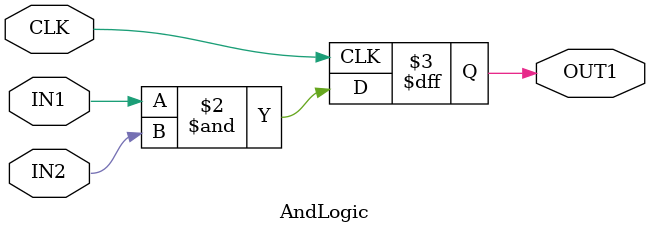
<source format=v>
`timescale 1ns / 1ps


module AndLogic(
    input CLK,
    input IN1,
    input IN2,
    output reg OUT1
    );
always@(posedge CLK)
     OUT1 <= IN1&IN2;
     
endmodule

</source>
